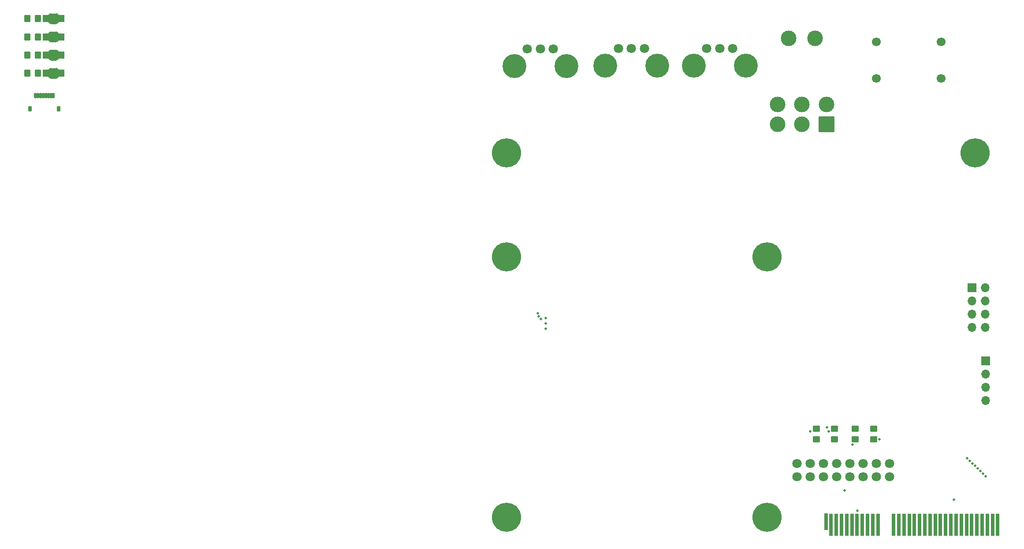
<source format=gbr>
%TF.GenerationSoftware,KiCad,Pcbnew,8.0.5*%
%TF.CreationDate,2024-11-27T23:03:38-05:00*%
%TF.ProjectId,HacKeys,4861634b-6579-4732-9e6b-696361645f70,rev?*%
%TF.SameCoordinates,Original*%
%TF.FileFunction,Soldermask,Bot*%
%TF.FilePolarity,Negative*%
%FSLAX46Y46*%
G04 Gerber Fmt 4.6, Leading zero omitted, Abs format (unit mm)*
G04 Created by KiCad (PCBNEW 8.0.5) date 2024-11-27 23:03:38*
%MOMM*%
%LPD*%
G01*
G04 APERTURE LIST*
G04 Aperture macros list*
%AMRoundRect*
0 Rectangle with rounded corners*
0 $1 Rounding radius*
0 $2 $3 $4 $5 $6 $7 $8 $9 X,Y pos of 4 corners*
0 Add a 4 corners polygon primitive as box body*
4,1,4,$2,$3,$4,$5,$6,$7,$8,$9,$2,$3,0*
0 Add four circle primitives for the rounded corners*
1,1,$1+$1,$2,$3*
1,1,$1+$1,$4,$5*
1,1,$1+$1,$6,$7*
1,1,$1+$1,$8,$9*
0 Add four rect primitives between the rounded corners*
20,1,$1+$1,$2,$3,$4,$5,0*
20,1,$1+$1,$4,$5,$6,$7,0*
20,1,$1+$1,$6,$7,$8,$9,0*
20,1,$1+$1,$8,$9,$2,$3,0*%
G04 Aperture macros list end*
%ADD10C,0.100000*%
%ADD11RoundRect,0.102000X0.200000X0.400000X-0.200000X0.400000X-0.200000X-0.400000X0.200000X-0.400000X0*%
%ADD12RoundRect,0.102000X0.150000X0.400000X-0.150000X0.400000X-0.150000X-0.400000X0.150000X-0.400000X0*%
%ADD13RoundRect,0.250000X-0.350000X-0.450000X0.350000X-0.450000X0.350000X0.450000X-0.350000X0.450000X0*%
%ADD14RoundRect,0.102000X-0.500000X-0.600000X0.500000X-0.600000X0.500000X0.600000X-0.500000X0.600000X0*%
%ADD15C,1.700000*%
%ADD16R,0.700000X3.200000*%
%ADD17R,0.700000X4.300000*%
%ADD18C,4.600000*%
%ADD19C,1.800000*%
%ADD20R,1.700000X1.700000*%
%ADD21O,1.700000X1.700000*%
%ADD22C,5.600000*%
%ADD23RoundRect,0.102000X1.390650X1.390650X-1.390650X1.390650X-1.390650X-1.390650X1.390650X-1.390650X0*%
%ADD24C,2.985300*%
%ADD25C,1.803400*%
%ADD26RoundRect,0.250000X-0.450000X0.350000X-0.450000X-0.350000X0.450000X-0.350000X0.450000X0.350000X0*%
%ADD27RoundRect,0.250000X0.450000X-0.350000X0.450000X0.350000X-0.450000X0.350000X-0.450000X-0.350000X0*%
%ADD28C,0.460000*%
G04 APERTURE END LIST*
D10*
%TO.C,D8*%
X43262500Y-54550000D02*
X43262500Y-54550000D01*
G75*
G02*
X43762500Y-55050000I0J-500000D01*
G01*
X43762500Y-56050000D01*
G75*
G02*
X43262500Y-56550000I-500000J0D01*
G01*
X42262500Y-56550000D01*
G75*
G02*
X41762500Y-56050000I0J500000D01*
G01*
X41762500Y-55050000D01*
G75*
G02*
X42262500Y-54550000I500000J0D01*
G01*
X43262500Y-54550000D01*
G36*
X43262500Y-54550000D02*
G01*
X43262500Y-54550000D01*
G75*
G02*
X43762500Y-55050000I0J-500000D01*
G01*
X43762500Y-56050000D01*
G75*
G02*
X43262500Y-56550000I-500000J0D01*
G01*
X42262500Y-56550000D01*
G75*
G02*
X41762500Y-56050000I0J500000D01*
G01*
X41762500Y-55050000D01*
G75*
G02*
X42262500Y-54550000I500000J0D01*
G01*
X43262500Y-54550000D01*
G37*
%TO.C,D7*%
X43262500Y-51050000D02*
X43262500Y-51050000D01*
G75*
G02*
X43762500Y-51550000I0J-500000D01*
G01*
X43762500Y-52550000D01*
G75*
G02*
X43262500Y-53050000I-500000J0D01*
G01*
X42262500Y-53050000D01*
G75*
G02*
X41762500Y-52550000I0J500000D01*
G01*
X41762500Y-51550000D01*
G75*
G02*
X42262500Y-51050000I500000J0D01*
G01*
X43262500Y-51050000D01*
G36*
X43262500Y-51050000D02*
G01*
X43262500Y-51050000D01*
G75*
G02*
X43762500Y-51550000I0J-500000D01*
G01*
X43762500Y-52550000D01*
G75*
G02*
X43262500Y-53050000I-500000J0D01*
G01*
X42262500Y-53050000D01*
G75*
G02*
X41762500Y-52550000I0J500000D01*
G01*
X41762500Y-51550000D01*
G75*
G02*
X42262500Y-51050000I500000J0D01*
G01*
X43262500Y-51050000D01*
G37*
%TO.C,D6*%
X43262500Y-47550000D02*
X43262500Y-47550000D01*
G75*
G02*
X43762500Y-48050000I0J-500000D01*
G01*
X43762500Y-49050000D01*
G75*
G02*
X43262500Y-49550000I-500000J0D01*
G01*
X42262500Y-49550000D01*
G75*
G02*
X41762500Y-49050000I0J500000D01*
G01*
X41762500Y-48050000D01*
G75*
G02*
X42262500Y-47550000I500000J0D01*
G01*
X43262500Y-47550000D01*
G36*
X43262500Y-47550000D02*
G01*
X43262500Y-47550000D01*
G75*
G02*
X43762500Y-48050000I0J-500000D01*
G01*
X43762500Y-49050000D01*
G75*
G02*
X43262500Y-49550000I-500000J0D01*
G01*
X42262500Y-49550000D01*
G75*
G02*
X41762500Y-49050000I0J500000D01*
G01*
X41762500Y-48050000D01*
G75*
G02*
X42262500Y-47550000I500000J0D01*
G01*
X43262500Y-47550000D01*
G37*
%TO.C,D5*%
X43262500Y-44050000D02*
X43262500Y-44050000D01*
G75*
G02*
X43762500Y-44550000I0J-500000D01*
G01*
X43762500Y-45550000D01*
G75*
G02*
X43262500Y-46050000I-500000J0D01*
G01*
X42262500Y-46050000D01*
G75*
G02*
X41762500Y-45550000I0J500000D01*
G01*
X41762500Y-44550000D01*
G75*
G02*
X42262500Y-44050000I500000J0D01*
G01*
X43262500Y-44050000D01*
G36*
X43262500Y-44050000D02*
G01*
X43262500Y-44050000D01*
G75*
G02*
X43762500Y-44550000I0J-500000D01*
G01*
X43762500Y-45550000D01*
G75*
G02*
X43262500Y-46050000I-500000J0D01*
G01*
X42262500Y-46050000D01*
G75*
G02*
X41762500Y-45550000I0J500000D01*
G01*
X41762500Y-44550000D01*
G75*
G02*
X42262500Y-44050000I500000J0D01*
G01*
X43262500Y-44050000D01*
G37*
%TD*%
D11*
%TO.C,J12*%
X38262500Y-62362500D03*
X43762500Y-62362500D03*
D12*
X39262500Y-59862500D03*
X39762500Y-59862500D03*
X40262500Y-59862500D03*
X40762500Y-59862500D03*
X41262500Y-59862500D03*
X41762500Y-59862500D03*
X42262500Y-59862500D03*
X42762500Y-59862500D03*
%TD*%
D13*
%TO.C,R8*%
X37762500Y-55550000D03*
X39762500Y-55550000D03*
%TD*%
%TO.C,R7*%
X37762500Y-52050000D03*
X39762500Y-52050000D03*
%TD*%
%TO.C,R6*%
X37762500Y-48550000D03*
X39762500Y-48550000D03*
%TD*%
%TO.C,R5*%
X39762500Y-45050000D03*
X37762500Y-45050000D03*
%TD*%
D14*
%TO.C,D8*%
X44262500Y-55550000D03*
X41262500Y-55550000D03*
%TD*%
%TO.C,D7*%
X44262500Y-52050000D03*
X41262500Y-52050000D03*
%TD*%
%TO.C,D6*%
X44262500Y-48550000D03*
X41262500Y-48550000D03*
%TD*%
%TO.C,D5*%
X44262500Y-45050000D03*
X41262500Y-45050000D03*
%TD*%
D15*
%TO.C,J10*%
X213262500Y-49550000D03*
X213262500Y-56550001D03*
%TD*%
D16*
%TO.C,J3*%
X191112500Y-141750000D03*
D17*
X192112500Y-142300000D03*
X193112500Y-142300000D03*
X194112500Y-142300000D03*
X195112500Y-142300000D03*
X196112500Y-142300000D03*
X197112500Y-142300000D03*
X198112500Y-142300000D03*
X199112500Y-142300000D03*
X200112500Y-142300000D03*
X201112500Y-142300000D03*
X204112500Y-142300000D03*
X205112500Y-142300000D03*
X206112500Y-142300000D03*
X207112500Y-142300000D03*
X208112500Y-142300000D03*
X209112500Y-142300000D03*
X210112500Y-142300000D03*
X211112500Y-142300000D03*
X212112500Y-142300000D03*
X213112500Y-142300000D03*
X214112500Y-142300000D03*
X215112500Y-142300000D03*
X216112500Y-142300000D03*
X217112500Y-142300000D03*
X218112500Y-142300000D03*
X219112500Y-142300000D03*
X220112500Y-142300000D03*
X221112500Y-142300000D03*
X222112500Y-142300000D03*
X223112500Y-142300000D03*
X224112500Y-142300000D03*
%TD*%
D18*
%TO.C,RV2*%
X148737500Y-54100000D03*
X158737500Y-54100000D03*
D19*
X156237500Y-50800000D03*
X153737500Y-50800000D03*
X151237500Y-50800000D03*
%TD*%
D15*
%TO.C,J9*%
X200762500Y-49550000D03*
X200762500Y-56550001D03*
%TD*%
D20*
%TO.C,J4*%
X221762500Y-110850000D03*
D21*
X221762500Y-113390000D03*
X221762500Y-115930000D03*
X221762500Y-118470000D03*
%TD*%
D22*
%TO.C,H6*%
X219762500Y-70850000D03*
%TD*%
%TO.C,H1*%
X129762500Y-90850000D03*
%TD*%
%TO.C,H5*%
X129762500Y-70850000D03*
%TD*%
D18*
%TO.C,RV3*%
X165737500Y-54100000D03*
X175737500Y-54100000D03*
D19*
X173237500Y-50800000D03*
X170737500Y-50800000D03*
X168237500Y-50800000D03*
%TD*%
D22*
%TO.C,H3*%
X129762500Y-140850000D03*
%TD*%
D23*
%TO.C,SW1*%
X191224000Y-65360000D03*
D24*
X186525000Y-65360000D03*
X181826000Y-65360000D03*
X191224000Y-61550000D03*
X186525000Y-61550000D03*
X181826000Y-61550000D03*
X189065000Y-48850000D03*
X183985000Y-48850000D03*
%TD*%
D22*
%TO.C,H4*%
X179762500Y-140850000D03*
%TD*%
%TO.C,H2*%
X179762500Y-90850000D03*
%TD*%
D20*
%TO.C,J8*%
X219182500Y-96770000D03*
D21*
X221722500Y-96770000D03*
X219182500Y-99310000D03*
X221722500Y-99310000D03*
X219182500Y-101850000D03*
X221722500Y-101850000D03*
X219182500Y-104390000D03*
X221722500Y-104390000D03*
%TD*%
D18*
%TO.C,RV1*%
X131262500Y-54150000D03*
X141262500Y-54150000D03*
D19*
X138762500Y-50850000D03*
X136262500Y-50850000D03*
X133762500Y-50850000D03*
%TD*%
D25*
%TO.C,J2*%
X203362500Y-130510000D03*
X203362500Y-133050000D03*
X200822500Y-130510000D03*
X200822500Y-133050000D03*
X198282500Y-130510000D03*
X198282500Y-133050000D03*
X195742500Y-130510000D03*
X195742500Y-133050000D03*
X193202500Y-130510000D03*
X193202500Y-133050000D03*
X190662500Y-130510000D03*
X190662500Y-133050000D03*
X188122500Y-130510000D03*
X188122500Y-133050000D03*
X185582500Y-130510000D03*
X185582500Y-133050000D03*
%TD*%
D26*
%TO.C,R4*%
X200262500Y-123850000D03*
X200262500Y-125850000D03*
%TD*%
D27*
%TO.C,R1*%
X189262500Y-125850000D03*
X189262500Y-123850000D03*
%TD*%
%TO.C,R3*%
X196762500Y-125850000D03*
X196762500Y-123850000D03*
%TD*%
%TO.C,R2*%
X192762500Y-125850000D03*
X192762500Y-123850000D03*
%TD*%
D28*
X220762000Y-132000000D03*
X219762000Y-131000000D03*
X221762000Y-133000000D03*
X218762000Y-130000000D03*
X215738000Y-137490000D03*
X197149000Y-139634000D03*
X201423000Y-125879000D03*
X188111000Y-124316000D03*
X196248000Y-126906000D03*
X194724000Y-135702000D03*
X221262000Y-132500000D03*
X219262000Y-130500000D03*
X218262000Y-129500000D03*
X220262000Y-131500000D03*
X191278300Y-123631500D03*
X191630000Y-124316000D03*
X135912100Y-102286001D03*
X137293100Y-102630001D03*
X137293100Y-103631001D03*
X137293100Y-104630000D03*
X135793101Y-101637001D03*
X136402100Y-102728999D03*
M02*

</source>
